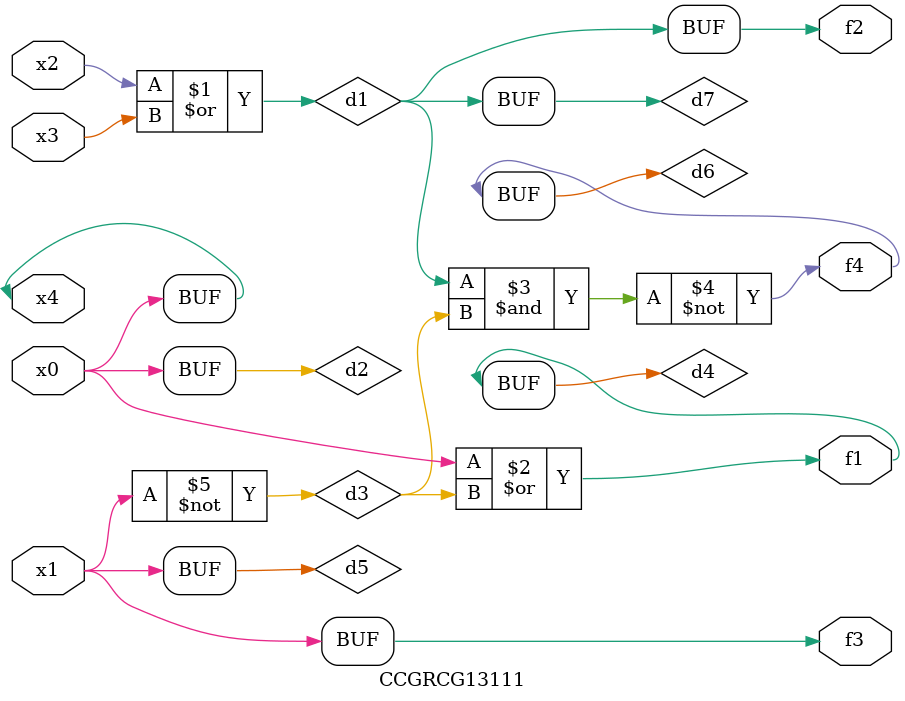
<source format=v>
module CCGRCG13111(
	input x0, x1, x2, x3, x4,
	output f1, f2, f3, f4
);

	wire d1, d2, d3, d4, d5, d6, d7;

	or (d1, x2, x3);
	buf (d2, x0, x4);
	not (d3, x1);
	or (d4, d2, d3);
	not (d5, d3);
	nand (d6, d1, d3);
	or (d7, d1);
	assign f1 = d4;
	assign f2 = d7;
	assign f3 = d5;
	assign f4 = d6;
endmodule

</source>
